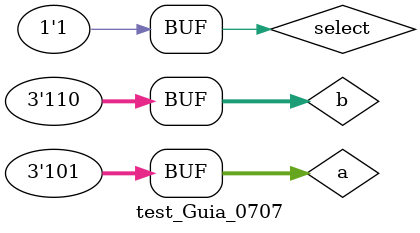
<source format=v>
/*
 Guia_0707.v
 0860668 - Ana Clara Lonczynski
*/

module Guia_0707 (output result, input [2:0] a, input [2:0] b, input select);

// Fios intermediários para os resultados de comparação bit a bit
wire [2:0] greater, less;
wire a_eq_b, a_gt_b, a_lt_b;

// Comparação bit a bit (a > b e a < b)
assign greater[2] = a[2] & ~b[2]; // a2 > b2
assign greater[1] = (~a[2] & ~b[2]) & (a[1] & ~b[1]); // a1 > b1
assign greater[0] = (~a[2] & ~b[2]) & (~a[1] & ~b[1]) & (a[0] & ~b[0]); // a0 > b0

assign less[2] = ~a[2] & b[2]; // a2 < b2
assign less[1] = (~a[2] & ~b[2]) & (~a[1] & b[1]); // a1 < b1
assign less[0] = (~a[2] & ~b[2]) & (~a[1] & ~b[1]) & (~a[0] & b[0]); // a0 < b0

// Resultado final para a > b e a < b
assign a_gt_b = greater[2] | greater[1] | greater[0];
assign a_lt_b = less[2] | less[1] | less[0];

// Seleção: 0 para menor, 1 para maior
assign result = (select) ? a_gt_b : a_lt_b;

endmodule

// Módulo de teste
module test_Guia_0707;

reg [2:0] a, b;
reg select;
wire result;

// Instanciando o módulo principal
Guia_0707 comparator (result, a, b, select);

// Início dos testes
initial begin
    $display("Guia_0707 - Testes da Unidade Lógica Comparadora");
    $display("a   b   select | Result");
    $monitor("%b %b    %b     |   %b", a, b, select, result);

    // Testando menor (select = 0)
    a = 3'b000; b = 3'b001; select = 0; #10; // a < b
    a = 3'b010; b = 3'b100; select = 0; #10; // a < b
    a = 3'b011; b = 3'b011; select = 0; #10; // a = b (resulta falso para a < b)
    a = 3'b111; b = 3'b110; select = 0; #10; // a > b (resulta falso para a < b)

    // Testando maior (select = 1)
    a = 3'b100; b = 3'b010; select = 1; #10; // a > b
    a = 3'b011; b = 3'b001; select = 1; #10; // a > b
    a = 3'b000; b = 3'b000; select = 1; #10; // a = b (resulta falso para a > b)
    a = 3'b101; b = 3'b110; select = 1; #10; // a < b (resulta falso para a > b)
end

endmodule

</source>
